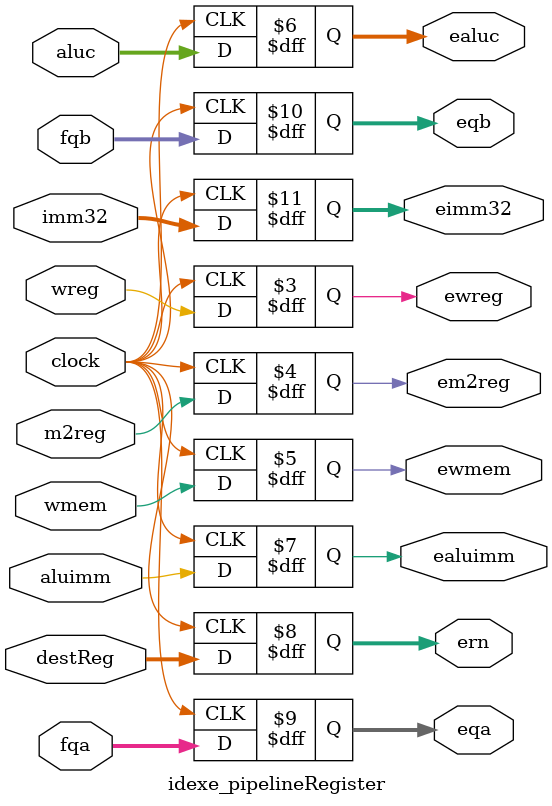
<source format=v>
`timescale 1ns / 1ps


module datapath(
    input clock,
    output wire [31:0]pc,
    output wire [31:0]dinstOut,
    output wire ewreg,
    output wire em2reg,
    output wire ewmem,
    output wire [3:0]ealuc,
    output wire ealuimm,
    output wire [4:0]ern, // project 
    output wire [31:0]eqa,
    output wire [31:0]eqb,
    output wire [31:0]eimm32,
    output wire mwreg, 
    output wire mm2reg, 
    output wire mwmem, 
    output wire [4:0]mrn,// project
    output wire [31:0]mr, 
    output wire [31:0]mqb,
    output wire wwreg,
    output wire [4:0]wrn, // project
    output wire wm2reg,
    output wire [31:0]wr,
    output wire [31:0]wdo,
    output wire [31:0]r, // project
    output wire [31:0]mdo // project 
    );
    
    wire [31:0]nextPc;
    wire [31:0]instOut; 
    programCounter pcc(nextPc, clock, pc);
    pcAddr pcA(pc, nextPc);
    instructionMemory instMem(pc, instOut);
    ifid_pipelineRegister ifidRP(instOut, clock, dinstOut);
    
    wire [5:0]opcode = dinstOut[31:26];
    wire [5:0]func = dinstOut[5:0];
    wire [4:0]rt = dinstOut[20:16]; 
    wire [4:0]rd = dinstOut[15:11];
    wire [4:0]rs = dinstOut[25:21];
    
    wire wreg;
    wire m2reg;
    wire wmem;
    wire [3:0]aluc;
    wire aluimm;
    wire regrt;
    wire [1:0]fwdb; // project
    wire [1:0]fwda; // project 
    controlUnit contUnit(opcode, func, rs, rd, rt, mrn, mm2reg, mwreg, ern, em2reg, ewreg, wreg, m2reg, wmem, aluc, aluimm, regrt, fwdb, fwda);        
    
    wire [31:0]wbData;
    wire [4:0]destReg;
    wire [31:0]qa;  
    wire [31:0]qb;             
    muxRegrt muxR(rt, rd, regrt, destReg);
    regFile regF(rs, rt, wrn, wbData, wwreg, ~clock, qa, qb);
    
    wire [31:0]fqa;
    wire [31:0]fqb;
    muxForwardA fdmxa(fwda, qa, r, mr, mdo, fqa);    
    muxForwardB fdmxb(fwdb, qb, r, mr, mdo, fqb);     
    
    wire [15:0]imm = dinstOut[15:0];
    wire [31:0]imm32;        
    immediateExtender immediateExt(imm, imm32);
    idexe_pipelineRegister idexeRP(wreg, m2reg, wmem, aluc, aluimm, destReg, fqa, fqb, imm32, clock, ewreg, em2reg, ewmem, ealuc, ealuimm, ern, eqa, eqb, eimm32);    
    
    wire [31:0]b;   
    
    aluMux i_aluMux(eqb, eimm32, ealuimm, b);
    alu i_alu(eqa, b, ealuc, r);
    exeMem i_exeMem(ewreg, em2reg, ewmem, ern, r, eqb, clock, mwreg, mm2reg, mwmem, mrn, mr, mqb);
    dataMemory i_dataMemory(mr, mqb, mwmem, clock, mdo);
    memWB i_memWB(mwreg, mm2reg, mrn, mr, mdo, clock, wwreg, wm2reg, wrn, wr, wdo);
    
    wbData wbMux(wr, wdo, wm2reg, wbData);

endmodule


// **************************************
// Region Project
// **************************************


module muxForwardA(
    input [1:0]fwda,
    input [31:0]qa,
    input [31:0]r,
    input [31:0]mr,
    input [31:0]mdo,
    output reg [31:0]fqa
    );
    
    always @(*) begin
    
        case (fwda)
            2'b00: begin
                fqa = qa; 
            end
            
            2'b01: begin
                fqa = r; 
            end
            
            2'b10: begin
                fqa = mr; 
            end 
            
            2'b11: begin
                fqa = mdo; 
            end   
             
        endcase 
    end 

endmodule


module muxForwardB(
    input [1:0]fwdb,
    input [31:0]qb,
    input [31:0]r,
    input [31:0]mr,
    input [31:0]mdo,
    output reg [31:0]fqb
    );
    
    always @(*) begin
    
        case (fwdb)
            2'b00: begin
                fqb = qb; 
            end
            
            2'b01: begin
                fqb = r; 
            end
            
            2'b10: begin
                fqb = mr; 
            end 
            
            2'b11: begin
                fqb = mdo; 
            end   
             
        endcase 
    end     
    
endmodule 


// **************************************
// End Region Project
// **************************************


// **************************************
// Region Lab 5
// **************************************


module wbData(
    input [31:0]wr,
    input [31:0]wdo,
    input wm2reg,
    output reg [31:0]wbData
    );
    
    always  @(*) begin
        if (wm2reg == 0) begin 
            wbData = wr;
        end else if (wm2reg == 1) begin 
            wbData = wdo;
        end    
    end     
    
endmodule


// **************************************
// Region Lab 4
// **************************************


module aluMux(
    input [31:0]eqb,
    input [31:0]eimm32,
    input ealuimm,
    output reg [31:0]b
    ); 
    
    always  @(*) begin
        if (ealuimm == 0) begin 
            b = eqb;
        end else if (ealuimm == 1) begin 
            b = eimm32;
        end    
    end 
    
endmodule 


module alu(
    input [31:0]eqa,
    input [31:0]b,
    input [3:0]ealuc,
    output reg [31:0]r
    );

    always @(*) begin
    
        case (ealuc)
            4'b0010: begin
                r = eqa + b; // add 
            end
            
            4'b0110: begin
                r = eqa - b; // sub 
            end
            
            4'b0001: begin
                r = eqa | b; // or
            end 
            
            4'b1001: begin
                r = eqa ^ b; // xor 
            end 
            
            4'b0000: begin
                r = eqa & b; // and 
            end   
             
        endcase 
    end

endmodule 


module exeMem(
    input ewreg, 
    input em2reg,
    input ewmem,
    input [4:0]ern,
    input [31:0]r,
    input [31:0]eqb,
    input clock,
    output reg mwreg, 
    output reg mm2reg, 
    output reg mwmem, 
    output reg [4:0]mrn,
    output reg [31:0]mr, 
    output reg [31:0]mqb
    );
    
    always @(posedge clock) begin
        mwreg = ewreg;
        mm2reg = em2reg; 
        mwmem = ewmem; 
        mrn = ern;
        mr = r;
        mqb = eqb;
    end 
    
endmodule     


module dataMemory(
    input [31:0]mr,
    input [31:0]mqb,
    input mwmem, 
    input clock, 
    output reg [31:0]mdo
    );
    reg [31:0] memory[0:63];
    
    initial begin
        memory[0] = 32'h00000000;
        memory[1] = 32'hA00000AA;
        memory[2] = 32'h10000011;
        memory[3] = 32'h20000022;
        memory[4] = 32'h30000033;
        memory[5] = 32'h40000044;
        memory[6] = 32'h50000055;
        memory[7] = 32'h60000066;
        memory[8] = 32'h70000077;
        memory[9] = 32'h80000088;
        memory[10] = 32'h90000099;        
    end  
    
    always @(*) begin 
        mdo = memory[mr[7:2]]; 
    end
    
    always @(negedge clock) begin
        if (mwmem == 1) begin 
            memory[mr] = mqb;
        end 
    end  

endmodule


module memWB(
    input mwreg, 
    input mm2reg,
    input [4:0]mrn,
    input [31:0]mr, 
    input [31:0]mdo,
    input clock,
    output reg wwreg, 
    output reg wm2reg,
    output reg [4:0]wrn,
    output reg [31:0]wr,
    output reg [31:0]wdo
    );
    
    always @(posedge clock) begin
        wwreg = mwreg;
        wm2reg = mm2reg;
        wrn = mrn;
        wr = mr;
        wdo = mdo;
    end 

endmodule
 

// **************************************
// End Region Lab 4
// **************************************


// **************************************
// Region Lab 3
// **************************************


module programCounter (
    input [31:0]nextPc, 
    input clock,
    output reg [31:0]pc
    );
    
    initial begin
        pc <= 100;
    end 
    
    // at pos edge of clock pc = nextPc
     always @(posedge clock) begin
        pc = nextPc;      
     end
      
endmodule 


// memory implemented as 2D reg arr, on any signal change instOut is set to value of meory array at pc pos
// implementation - 256 bytes or 64 words (4b / word): byte addr dif from word addr: pc = 100 == word addr 25
// only need to init memory where insturct is located -- words 25 and 26 ++ any signal change 
module instructionMemory (
    input [31:0]pc,
    output reg [31:0]instOut
    );
    reg [31:0] memory[0:63];
    
    initial begin // format 6-bit opcode, 5-bit rs, 5-bit rt, 5-bit rd, 5-bit offset, 6-bit unused
        memory[25] = {6'b000000, 5'b00001, 5'b00010, 5'b00011, 5'b00000, 6'b100000}; // add $3, %1, $2
        memory[26] = {6'b000000, 5'b01001, 5'b00011, 5'b00100, 5'b00000, 6'b100010}; // sub $4, %9, $3
        memory[27] = {6'b000000, 5'b00011, 5'b01001, 5'b00101, 5'b00000, 6'b100101}; // or $5, %3, $9
        memory[28] = {6'b000000, 5'b00011, 5'b01001, 5'b00110, 5'b00000, 6'b100110}; // xor $6, %3, $9
        memory[29] = {6'b000000, 5'b00011, 5'b01001, 5'b00111, 5'b00000, 6'b100100}; // and $7, %3, $9
    end
    
    always @(*)begin
        instOut = memory[pc[7:2]];
    end
    
endmodule 


// on any signal change 
module pcAddr (
    input [31:0]pc,
    output reg [31:0]nextPc
    );
    reg [31:0]hardwired;
    
    initial  begin
        hardwired = 32'b00000000000000000000000000000100;
    end 
    
    always @(*) begin 
        nextPc = pc + hardwired;
    end
    
endmodule


// on pos edge
module ifid_pipelineRegister (
    input [31:0]instOut,
    input clock,
    output reg [31:0]dinstOut
    );
    
    always @ (posedge clock) begin
        dinstOut = instOut;
    end 

endmodule 
                

module controlUnit (
    input [5:0]opcode, // bits 31:26 of dinstOut -- 6 bits
    input [5:0]func, // bits 5:0 of dinstOut -- 6 bits
    input [4:0]rs,
    input [4:0]rd,
    input [4:0]rt,
    input [4:0]mrn,
    input mm2reg,
    input mwreg, 
    input [4:0]ern,
    input em2reg,
    input ewreg,
    output reg wreg, // write reg - when 1 means we write to 1 of 32 registers in regfile
    output reg m2reg, // mem to reg -- when 1 means we are loading from mem to reg in regfile 
    output reg wmem, // write mem -- when 1 means we are write to data mem 
    output reg [3:0]aluc, // 4 bits - op we intend to exe on ALu
    output reg aluimm, // alu immediate when 1, indicates we want to use sign extended im over qb in ALU, if we want qb aluimm = 0
    output reg regrt, // reg rt - when 1 indicates we are writing to rt not rd in regfile. if rd regrt - 0. regrt -> dont care val if wreg = 0
    output reg [1:0]fwdb,
    output reg [1:0]fwda
    );
    
    always @(*)begin
    
        if (mm2reg == 1 || mwreg == 1 || em2reg == 1 || ewreg == 1) begin // does hazard potentially exist || if em2reg = 1 then we stall bc we have not read mdo yet
            if (ern == rs || ern == rt || mrn == rs || mrn == rt) begin // does any of the registers have a hazard 
                
                ///
                if (ern == rs || ern == rt) begin
                
                    if (ern == rs) begin
                        
                        fwda = 2'b01; // load qa = r
                        fwdb = 2'b00; // load qb = qb    
                        
                    end 
                
                    if (ern == rt) begin
                    
                        fwda = 2'b00; // load qa = qa 
                        fwdb = 2'b01; // load qb = r 
                        
                    end
                
                end 
                ///
                
                ///
                if (mrn == rs || mrn == rt) begin
            
                    if (mrn == rs) begin
                    
                        fwda = 2'b10; // load qa = mr
                        fwdb = 2'b00; // load qb = qb
                        
                    end 
                
                    if (mrn == rt) begin
                    
                        fwda = 2'b00; // load qa = qa
                        fwdb = 2'b10; // load qb = mr
                        
                    end 
            
                end 
                /// 
                
                // chefs note: since there is a not clock on reg file that on neg edge trigger values are read so if a write happens on pos then no hazzard occurs..
                
            end
        end else begin
            fwda = 2'b00; // load qa = qa
            fwdb = 2'b00; // load qa = qb
        end 
    
        case (opcode)
            6'b000000: begin // r-type
            
                case(func)
                    6'b100000: begin  // add func 
                        wreg = 1;
                        m2reg = 0;
                        wmem = 0;
                        aluimm = 0;
                        regrt = 0;
                        aluc = 4'b0010;
                    end
                    
                    6'b100010: begin  // sub
                        wreg = 1;
                        m2reg = 0;
                        wmem = 0;
                        aluimm = 0;
                        regrt = 0;
                        aluc = 4'b0110;
                    end
                    
                    6'b100101: begin  // or
                        wreg = 1;
                        m2reg = 0;
                        wmem = 0;
                        aluimm = 0;
                        regrt = 0;
                        aluc = 4'b0001;
                    end
                    
                    6'b100110: begin  // xor func 
                        wreg = 1;
                        m2reg = 0;
                        wmem = 0;
                        aluimm = 0;
                        regrt = 0;
                        aluc = 4'b1001;
                    end  
                                                                              
                    6'b100100: begin  // and func 
                        wreg = 1;
                        m2reg = 0;
                        wmem = 0;
                        aluimm = 0;
                        regrt = 0;
                        aluc = 4'b0000;
                    end                    
                    
                endcase
            end
        
            6'b100011: begin // I-type and lw 
                wreg = 1; // write register 
                m2reg = 1; // memory to register
                wmem = 0; // write memory 
                aluimm = 1; // alu immediate - means we want to use sign extended immediate over value of qb in alu, if we want to use qb, aluimm should be 0
                regrt = 1; 
                aluc = 4'b0010; // add offset ;)
            end 
            
        endcase
         
    end
    
endmodule 


module muxRegrt (
    input [4:0]rt, // bits (20:16) of dinstOut
    input [4:0]rd, // bits 15:11 of dinstOut
    input regrt,
    output reg [4:0]destReg
    );
    
    always  @(*) begin
        if (regrt == 0) begin 
            destReg = rd;
        end else if (regrt == 1) begin 
            destReg = rt;
        end    
    end 

endmodule 


module regFile (
    input [4:0]rs, // bits [25:21] dinstOut
    input [4:0]rt, // bits [20:16] of dinstOut
    input [4:0]wrn,
    input [31:0]wbData,
    input wwreg,
    input clock,
    output reg [31:0]qa,
    output reg [31:0]qb
    );
    reg [31:0] registers [0:31];
    integer index; // needs to be out of loop or verilog err
    
    initial begin
        registers[0] = 32'h00000000;
        registers[1] = 32'hA00000AA;
        registers[2] = 32'h10000011;
        registers[3] = 32'h20000022;
        registers[4] = 32'h30000033;
        registers[5] = 32'h40000044;
        registers[6] = 32'h50000055;
        registers[7] = 32'h60000066;
        registers[8] = 32'h70000077;
        registers[9] = 32'h80000088;
        registers[10] = 32'h90000099;
         
        for (index = 11; index < 32; index = index + 1) begin
            registers[index] = 32'b00000000000000000000000000000000;
        end
        
    end
    
    always @(negedge clock) begin
        if (wwreg == 1) begin
            registers[wrn] = wbData;
        end
    end 

    always @(*) begin
        qa = registers[rs];
        qb = registers[rt];
    end 
    
endmodule 


// imm32 is set to sign extended value of imm
module immediateExtender (
    input [15:0]imm,
    output reg [31:0]imm32 
    );
    
    always @(*) begin
        imm32 <= { {16{imm[15]}}, imm[15:0]}; // note to self verilog pg 60 rev 1
    end 
    
endmodule 


module idexe_pipelineRegister(
    input wreg, 
    input m2reg, 
    input wmem, 
    input [3:0]aluc, 
    input aluimm,
    input [4:0]destReg, // 5 bits
    input [31:0]fqa, 
    input [31:0]fqb,
    input [31:0]imm32,
    input clock, 
    output reg ewreg, 
    output reg em2reg, 
    output reg ewmem, 
    output reg [3:0]ealuc,
    output reg ealuimm, 
    output reg [4:0]ern,
    output reg [31:0]eqa,
    output reg [31:0]eqb,
    output reg [31:0]eimm32
    );
    
    always @(posedge clock) begin
        ewreg = wreg; 
        em2reg = m2reg;
        ewmem = wmem;
        ealuc = aluc;
        ealuimm = aluimm;
        ern = destReg;
        eqa = fqa;
        eqb = fqb;
        eimm32 = imm32;
    end 

endmodule


// **************************************
// End Region Lab 3 
// ************************************** 
</source>
